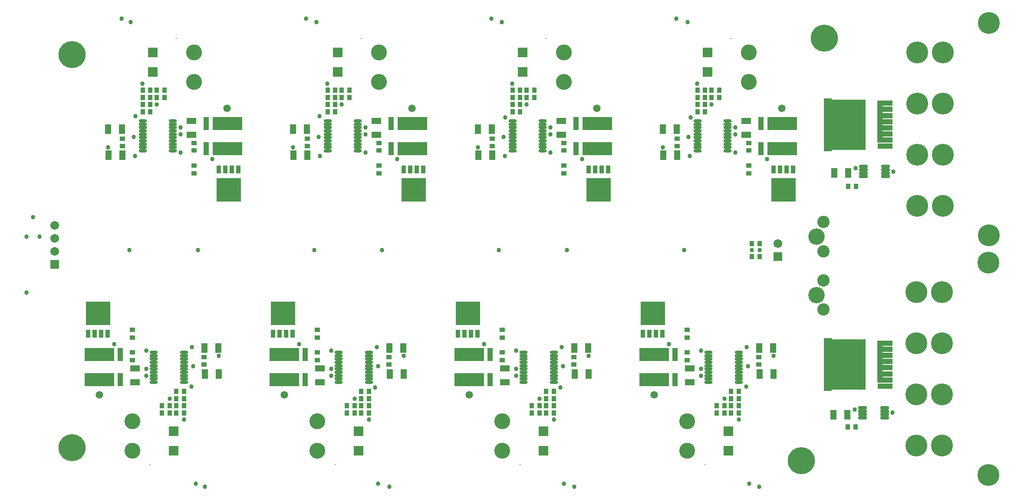
<source format=gts>
G04*
G04 #@! TF.GenerationSoftware,Altium Limited,Altium Designer,19.1.6 (110)*
G04*
G04 Layer_Color=8388736*
%FSLAX25Y25*%
%MOIN*%
G70*
G01*
G75*
%ADD33R,0.14800X0.39000*%
%ADD34R,0.11824X0.03950*%
%ADD35O,0.06312X0.02572*%
%ADD36O,0.07099X0.02572*%
%ADD37R,0.04304X0.10406*%
%ADD38R,0.22847X0.10406*%
%ADD39R,0.04343X0.03556*%
%ADD40R,0.03556X0.04343*%
%ADD41R,0.18595X0.18280*%
%ADD42R,0.03595X0.06202*%
%ADD43R,0.07375X0.07316*%
%ADD44R,0.07493X0.05131*%
%ADD45R,0.05131X0.07493*%
%ADD46R,0.15367X0.38989*%
%ADD47R,0.06312X0.40564*%
%ADD48R,0.03950X0.32296*%
%ADD49C,0.12611*%
%ADD50C,0.09461*%
%ADD51C,0.20800*%
%ADD52C,0.00800*%
%ADD53C,0.12205*%
%ADD54C,0.06706*%
%ADD55R,0.06706X0.06706*%
%ADD56C,0.16800*%
%ADD57C,0.03400*%
%ADD58C,0.05800*%
D33*
X778539Y199000D02*
D03*
Y383500D02*
D03*
D34*
X814167Y196638D02*
D03*
Y201362D02*
D03*
Y206087D02*
D03*
Y210811D02*
D03*
Y215535D02*
D03*
Y191913D02*
D03*
Y187189D02*
D03*
Y182465D02*
D03*
Y366965D02*
D03*
Y371689D02*
D03*
Y376413D02*
D03*
Y400035D02*
D03*
Y395311D02*
D03*
Y390587D02*
D03*
Y385862D02*
D03*
Y381138D02*
D03*
D35*
X670094Y386500D02*
D03*
Y383941D02*
D03*
Y381382D02*
D03*
Y378823D02*
D03*
Y376264D02*
D03*
Y373705D02*
D03*
Y371146D02*
D03*
Y368587D02*
D03*
Y366028D02*
D03*
Y363469D02*
D03*
X693323Y386500D02*
D03*
Y383941D02*
D03*
Y381382D02*
D03*
Y378823D02*
D03*
Y376264D02*
D03*
Y373705D02*
D03*
Y371146D02*
D03*
Y368587D02*
D03*
Y366028D02*
D03*
Y363469D02*
D03*
X528094Y386500D02*
D03*
Y383941D02*
D03*
Y381382D02*
D03*
Y378823D02*
D03*
Y376264D02*
D03*
Y373705D02*
D03*
Y371146D02*
D03*
Y368587D02*
D03*
Y366028D02*
D03*
Y363469D02*
D03*
X551323Y386500D02*
D03*
Y383941D02*
D03*
Y381382D02*
D03*
Y378823D02*
D03*
Y376264D02*
D03*
Y373705D02*
D03*
Y371146D02*
D03*
Y368587D02*
D03*
Y366028D02*
D03*
Y363469D02*
D03*
X386094Y386500D02*
D03*
Y383941D02*
D03*
Y381382D02*
D03*
Y378823D02*
D03*
Y376264D02*
D03*
Y373705D02*
D03*
Y371146D02*
D03*
Y368587D02*
D03*
Y366028D02*
D03*
Y363469D02*
D03*
X409323Y386500D02*
D03*
Y383941D02*
D03*
Y381382D02*
D03*
Y378823D02*
D03*
Y376264D02*
D03*
Y373705D02*
D03*
Y371146D02*
D03*
Y368587D02*
D03*
Y366028D02*
D03*
Y363469D02*
D03*
X244094Y386500D02*
D03*
Y383941D02*
D03*
Y381382D02*
D03*
Y378823D02*
D03*
Y376264D02*
D03*
Y373705D02*
D03*
Y371146D02*
D03*
Y368587D02*
D03*
Y366028D02*
D03*
Y363469D02*
D03*
X267323Y386500D02*
D03*
Y383941D02*
D03*
Y381382D02*
D03*
Y378823D02*
D03*
Y376264D02*
D03*
Y373705D02*
D03*
Y371146D02*
D03*
Y368587D02*
D03*
Y366028D02*
D03*
Y363469D02*
D03*
X275905Y185421D02*
D03*
Y187980D02*
D03*
Y190539D02*
D03*
Y193098D02*
D03*
Y195658D02*
D03*
Y198216D02*
D03*
Y200776D02*
D03*
Y203335D02*
D03*
Y205894D02*
D03*
Y208453D02*
D03*
X252677Y185421D02*
D03*
Y187980D02*
D03*
Y190539D02*
D03*
Y193098D02*
D03*
Y195658D02*
D03*
Y198216D02*
D03*
Y200776D02*
D03*
Y203335D02*
D03*
Y205894D02*
D03*
Y208453D02*
D03*
X417906Y185421D02*
D03*
Y187980D02*
D03*
Y190539D02*
D03*
Y193098D02*
D03*
Y195658D02*
D03*
Y198216D02*
D03*
Y200776D02*
D03*
Y203335D02*
D03*
Y205894D02*
D03*
Y208453D02*
D03*
X394677Y185421D02*
D03*
Y187980D02*
D03*
Y190539D02*
D03*
Y193098D02*
D03*
Y195658D02*
D03*
Y198216D02*
D03*
Y200776D02*
D03*
Y203335D02*
D03*
Y205894D02*
D03*
Y208453D02*
D03*
X559905Y185421D02*
D03*
Y187980D02*
D03*
Y190539D02*
D03*
Y193098D02*
D03*
Y195658D02*
D03*
Y198216D02*
D03*
Y200776D02*
D03*
Y203335D02*
D03*
Y205894D02*
D03*
Y208453D02*
D03*
X536677Y185421D02*
D03*
Y187980D02*
D03*
Y190539D02*
D03*
Y193098D02*
D03*
Y195658D02*
D03*
Y198216D02*
D03*
Y200776D02*
D03*
Y203335D02*
D03*
Y205894D02*
D03*
Y208453D02*
D03*
X701905Y185421D02*
D03*
Y187980D02*
D03*
Y190539D02*
D03*
Y193098D02*
D03*
Y195658D02*
D03*
Y198216D02*
D03*
Y200776D02*
D03*
Y203335D02*
D03*
Y205894D02*
D03*
Y208453D02*
D03*
X678677Y185421D02*
D03*
Y187980D02*
D03*
Y190539D02*
D03*
Y193098D02*
D03*
Y195658D02*
D03*
Y198216D02*
D03*
Y200776D02*
D03*
Y203335D02*
D03*
Y205894D02*
D03*
Y208453D02*
D03*
D36*
X813965Y158161D02*
D03*
Y160721D02*
D03*
Y163279D02*
D03*
Y165839D02*
D03*
X797035Y158161D02*
D03*
Y160721D02*
D03*
Y163279D02*
D03*
Y165839D02*
D03*
X814465Y343661D02*
D03*
Y346220D02*
D03*
Y348780D02*
D03*
Y351339D02*
D03*
X797535Y343661D02*
D03*
Y346220D02*
D03*
Y348780D02*
D03*
Y351339D02*
D03*
D37*
X718929Y384606D02*
D03*
Y365079D02*
D03*
X576929Y384606D02*
D03*
Y365079D02*
D03*
X434929Y384606D02*
D03*
Y365079D02*
D03*
X292929Y384606D02*
D03*
Y365079D02*
D03*
X227071Y187315D02*
D03*
Y206842D02*
D03*
X369071Y187315D02*
D03*
Y206842D02*
D03*
X511071Y187315D02*
D03*
Y206842D02*
D03*
X653071Y187315D02*
D03*
Y206842D02*
D03*
D38*
X735209Y384606D02*
D03*
Y365079D02*
D03*
X593209Y384606D02*
D03*
Y365079D02*
D03*
X451209Y384606D02*
D03*
Y365079D02*
D03*
X309209Y384606D02*
D03*
Y365079D02*
D03*
X210791Y187315D02*
D03*
Y206842D02*
D03*
X352791Y187315D02*
D03*
Y206842D02*
D03*
X494791Y187315D02*
D03*
Y206842D02*
D03*
X636791Y187315D02*
D03*
Y206842D02*
D03*
D39*
X654709Y367032D02*
D03*
Y372937D02*
D03*
X512709Y367032D02*
D03*
Y372937D02*
D03*
X370709Y367032D02*
D03*
Y372937D02*
D03*
X228709Y367032D02*
D03*
Y372937D02*
D03*
X291291Y204890D02*
D03*
Y198984D02*
D03*
X433291Y204890D02*
D03*
Y198984D02*
D03*
X575291Y204890D02*
D03*
Y198984D02*
D03*
X717291Y204890D02*
D03*
Y198984D02*
D03*
X709709Y352031D02*
D03*
Y346126D02*
D03*
X567709Y352031D02*
D03*
Y346126D02*
D03*
X425709Y352031D02*
D03*
Y346126D02*
D03*
X283709Y352031D02*
D03*
Y346126D02*
D03*
X236291Y219890D02*
D03*
Y225795D02*
D03*
X378291Y219890D02*
D03*
Y225795D02*
D03*
X520291Y219890D02*
D03*
Y225795D02*
D03*
X662291Y219890D02*
D03*
Y225795D02*
D03*
X709709Y369531D02*
D03*
Y363626D02*
D03*
X567709Y369531D02*
D03*
Y363626D02*
D03*
X425709Y369531D02*
D03*
Y363626D02*
D03*
X283709Y369531D02*
D03*
Y363626D02*
D03*
X236291Y202390D02*
D03*
Y208295D02*
D03*
X378291Y202390D02*
D03*
Y208295D02*
D03*
X520291Y202390D02*
D03*
Y208295D02*
D03*
X662291Y202390D02*
D03*
Y208295D02*
D03*
D40*
X717953Y282000D02*
D03*
X712047D02*
D03*
X712047Y292000D02*
D03*
X717953D02*
D03*
X785547Y151000D02*
D03*
X791453D02*
D03*
X786047Y336000D02*
D03*
X791953D02*
D03*
X676000Y399000D02*
D03*
X670094D02*
D03*
X534000D02*
D03*
X528094D02*
D03*
X392000D02*
D03*
X386094D02*
D03*
X250000D02*
D03*
X244094D02*
D03*
X270000Y172921D02*
D03*
X275905D02*
D03*
X412000D02*
D03*
X417906D02*
D03*
X554000D02*
D03*
X559905D02*
D03*
X696000D02*
D03*
X701905D02*
D03*
X676000Y393500D02*
D03*
X670094D02*
D03*
X534000D02*
D03*
X528094D02*
D03*
X392000D02*
D03*
X386094D02*
D03*
X250000D02*
D03*
X244094D02*
D03*
X270000Y178421D02*
D03*
X275905D02*
D03*
X412000D02*
D03*
X417906D02*
D03*
X554000D02*
D03*
X559905D02*
D03*
X696000D02*
D03*
X701905D02*
D03*
X676000Y404500D02*
D03*
X670094D02*
D03*
X534000D02*
D03*
X528094D02*
D03*
X392000D02*
D03*
X386094D02*
D03*
X250000D02*
D03*
X244094D02*
D03*
X270000Y167421D02*
D03*
X275905D02*
D03*
X412000D02*
D03*
X417906D02*
D03*
X554000D02*
D03*
X559905D02*
D03*
X696000D02*
D03*
X701905D02*
D03*
X676000Y410000D02*
D03*
X670094D02*
D03*
X534000D02*
D03*
X528094D02*
D03*
X392000D02*
D03*
X386094D02*
D03*
X250000D02*
D03*
X244094D02*
D03*
X270000Y161921D02*
D03*
X275905D02*
D03*
X412000D02*
D03*
X417906D02*
D03*
X554000D02*
D03*
X559905D02*
D03*
X696000D02*
D03*
X701905D02*
D03*
X686953Y410000D02*
D03*
X681047D02*
D03*
X544953D02*
D03*
X539047D02*
D03*
X402953D02*
D03*
X397047D02*
D03*
X260953D02*
D03*
X255047D02*
D03*
X259047Y161921D02*
D03*
X264953D02*
D03*
X401047D02*
D03*
X406953D02*
D03*
X543047D02*
D03*
X548953D02*
D03*
X685047D02*
D03*
X690953D02*
D03*
X686953Y404500D02*
D03*
X681047D02*
D03*
X544953D02*
D03*
X539047D02*
D03*
X402953D02*
D03*
X397047D02*
D03*
X260953D02*
D03*
X255047D02*
D03*
X259047Y167421D02*
D03*
X264953D02*
D03*
X401047D02*
D03*
X406953D02*
D03*
X543047D02*
D03*
X548953D02*
D03*
X685047D02*
D03*
X690953D02*
D03*
D41*
X736209Y333484D02*
D03*
X594209D02*
D03*
X452209D02*
D03*
X310209D02*
D03*
X209791Y238437D02*
D03*
X351791D02*
D03*
X493791D02*
D03*
X635791D02*
D03*
D42*
X728709Y349256D02*
D03*
X733709D02*
D03*
X738709D02*
D03*
X743709D02*
D03*
X586709D02*
D03*
X591709D02*
D03*
X596709D02*
D03*
X601709D02*
D03*
X444709D02*
D03*
X449709D02*
D03*
X454709D02*
D03*
X459709D02*
D03*
X302709D02*
D03*
X307709D02*
D03*
X312709D02*
D03*
X317709D02*
D03*
X217291Y222665D02*
D03*
X212291D02*
D03*
X207291D02*
D03*
X202291D02*
D03*
X359291D02*
D03*
X354291D02*
D03*
X349291D02*
D03*
X344291D02*
D03*
X501291D02*
D03*
X496291D02*
D03*
X491291D02*
D03*
X486291D02*
D03*
X643291D02*
D03*
X638291D02*
D03*
X633291D02*
D03*
X628291D02*
D03*
D43*
X678000Y424000D02*
D03*
Y439079D02*
D03*
X536000Y424000D02*
D03*
Y439079D02*
D03*
X394000Y424000D02*
D03*
Y439079D02*
D03*
X252000Y424000D02*
D03*
Y439079D02*
D03*
X268000Y147921D02*
D03*
Y132843D02*
D03*
X410000Y147921D02*
D03*
Y132843D02*
D03*
X552000Y147921D02*
D03*
Y132843D02*
D03*
X694000Y147921D02*
D03*
Y132843D02*
D03*
D44*
X707709Y386394D02*
D03*
Y375764D02*
D03*
X565709Y386394D02*
D03*
Y375764D02*
D03*
X423709Y386394D02*
D03*
Y375764D02*
D03*
X281709Y386394D02*
D03*
Y375764D02*
D03*
X238291Y185528D02*
D03*
Y196158D02*
D03*
X380291Y185528D02*
D03*
Y196158D02*
D03*
X522291Y185528D02*
D03*
Y196158D02*
D03*
X664291Y185528D02*
D03*
Y196158D02*
D03*
D45*
X654209Y379984D02*
D03*
X643579D02*
D03*
X512209D02*
D03*
X501579D02*
D03*
X370209D02*
D03*
X359579D02*
D03*
X228209D02*
D03*
X217579D02*
D03*
X291791Y191937D02*
D03*
X302421D02*
D03*
X433791D02*
D03*
X444421D02*
D03*
X575791D02*
D03*
X586421D02*
D03*
X717791D02*
D03*
X728421D02*
D03*
X654524Y359984D02*
D03*
X643894D02*
D03*
X512524D02*
D03*
X501894D02*
D03*
X370524D02*
D03*
X359894D02*
D03*
X228524D02*
D03*
X217894D02*
D03*
X291476Y211937D02*
D03*
X302106D02*
D03*
X433476D02*
D03*
X444106D02*
D03*
X575476D02*
D03*
X586106D02*
D03*
X717476D02*
D03*
X728106D02*
D03*
X785315Y160500D02*
D03*
X774685D02*
D03*
X785815Y346500D02*
D03*
X775185D02*
D03*
D46*
X791532Y199000D02*
D03*
Y383500D02*
D03*
D47*
X770075Y199000D02*
D03*
Y383500D02*
D03*
D48*
X810232Y201362D02*
D03*
Y385862D02*
D03*
D49*
X761724Y297441D02*
D03*
Y252559D02*
D03*
D50*
X767000Y286221D02*
D03*
Y308661D02*
D03*
Y241339D02*
D03*
Y263779D02*
D03*
D51*
X767500Y450000D02*
D03*
X750000Y125000D02*
D03*
X190000Y135000D02*
D03*
Y437500D02*
D03*
D52*
X696008Y449890D02*
D03*
X554008D02*
D03*
X412008D02*
D03*
X270008D02*
D03*
X249992Y122031D02*
D03*
X391992D02*
D03*
X533992D02*
D03*
X675992D02*
D03*
D53*
X709709Y438984D02*
D03*
Y416543D02*
D03*
X567709Y438984D02*
D03*
Y416543D02*
D03*
X425709Y438984D02*
D03*
Y416543D02*
D03*
X283709Y438984D02*
D03*
Y416543D02*
D03*
X236291Y132937D02*
D03*
Y155378D02*
D03*
X378291Y132937D02*
D03*
Y155378D02*
D03*
X520291Y132937D02*
D03*
Y155378D02*
D03*
X662291Y132937D02*
D03*
Y155378D02*
D03*
D54*
X176500Y306000D02*
D03*
Y296000D02*
D03*
Y286000D02*
D03*
X732000Y292000D02*
D03*
D55*
X176500Y276000D02*
D03*
X732000Y282000D02*
D03*
D56*
X858000Y136630D02*
D03*
X838315D02*
D03*
Y176000D02*
D03*
X858000D02*
D03*
Y215370D02*
D03*
X838315D02*
D03*
Y254740D02*
D03*
X858000D02*
D03*
X893433Y114071D02*
D03*
Y277299D02*
D03*
X858500Y321130D02*
D03*
X838815D02*
D03*
Y360500D02*
D03*
X858500D02*
D03*
Y399870D02*
D03*
X838815D02*
D03*
Y439240D02*
D03*
X858500D02*
D03*
X893933Y298571D02*
D03*
Y461799D02*
D03*
D57*
X728406Y205921D02*
D03*
X246791Y190342D02*
D03*
Y195843D02*
D03*
X654000Y465000D02*
D03*
X512000D02*
D03*
X369500D02*
D03*
X228000D02*
D03*
X662500Y462500D02*
D03*
X520000D02*
D03*
X377500D02*
D03*
X235000D02*
D03*
X712000Y287000D02*
D03*
X665000Y389000D02*
D03*
X522500D02*
D03*
X380000Y390000D02*
D03*
X238500D02*
D03*
X160000Y312500D02*
D03*
X165000Y297500D02*
D03*
X717500Y105000D02*
D03*
X710000Y107500D02*
D03*
X575500Y105000D02*
D03*
X567500Y107500D02*
D03*
X433500Y105000D02*
D03*
X425000Y107500D02*
D03*
X292000Y105000D02*
D03*
X285000Y107500D02*
D03*
X707500Y182000D02*
D03*
X565000Y181500D02*
D03*
X422500D02*
D03*
X281500Y182000D02*
D03*
X155000Y254500D02*
D03*
Y297500D02*
D03*
X660000Y287000D02*
D03*
X570000D02*
D03*
X517500D02*
D03*
X428000D02*
D03*
X376000D02*
D03*
X234000D02*
D03*
X286500D02*
D03*
X718000D02*
D03*
X820500Y347500D02*
D03*
X791500Y350000D02*
D03*
X791000Y164500D02*
D03*
X820000Y162000D02*
D03*
X643595Y366000D02*
D03*
X681000Y399000D02*
D03*
X670000Y415000D02*
D03*
X663095Y374000D02*
D03*
X664094Y359500D02*
D03*
X699209Y381579D02*
D03*
Y376079D02*
D03*
Y362079D02*
D03*
X723709Y357079D02*
D03*
X501594Y366000D02*
D03*
X539000Y399000D02*
D03*
X528000Y415000D02*
D03*
X521095Y374000D02*
D03*
X522094Y359500D02*
D03*
X557209Y381579D02*
D03*
Y376079D02*
D03*
Y362079D02*
D03*
X581709Y357079D02*
D03*
X359594Y366000D02*
D03*
X397000Y399000D02*
D03*
X386000Y415000D02*
D03*
X379095Y374000D02*
D03*
X380095Y359500D02*
D03*
X415209Y381579D02*
D03*
Y376079D02*
D03*
Y362079D02*
D03*
X439709Y357079D02*
D03*
X217595Y366000D02*
D03*
X255000Y399000D02*
D03*
X244000Y415000D02*
D03*
X237094Y374000D02*
D03*
X238094Y359500D02*
D03*
X273209Y381579D02*
D03*
Y376079D02*
D03*
Y362079D02*
D03*
X297709Y357079D02*
D03*
X302406Y205921D02*
D03*
X265000Y172921D02*
D03*
X276000Y156921D02*
D03*
X282906Y197921D02*
D03*
X281906Y212421D02*
D03*
X246791Y209842D02*
D03*
X222291Y214843D02*
D03*
X444406Y205921D02*
D03*
X407000Y172921D02*
D03*
X418000Y156921D02*
D03*
X424905Y197921D02*
D03*
X423906Y212421D02*
D03*
X388791Y190342D02*
D03*
Y195843D02*
D03*
Y209842D02*
D03*
X364291Y214843D02*
D03*
X586406Y205921D02*
D03*
X549000Y172921D02*
D03*
X560000Y156921D02*
D03*
X566905Y197921D02*
D03*
X565906Y212421D02*
D03*
X530791Y190342D02*
D03*
Y195843D02*
D03*
Y209842D02*
D03*
X506291Y214843D02*
D03*
X702000Y156921D02*
D03*
X691000Y172921D02*
D03*
X708906Y197921D02*
D03*
X707905Y212421D02*
D03*
X648291Y214843D02*
D03*
X672791Y209842D02*
D03*
Y195843D02*
D03*
Y190342D02*
D03*
D58*
X735047Y396000D02*
D03*
X593047D02*
D03*
X451047D02*
D03*
X309047D02*
D03*
X210953Y175921D02*
D03*
X352953D02*
D03*
X494953D02*
D03*
X636953D02*
D03*
M02*

</source>
